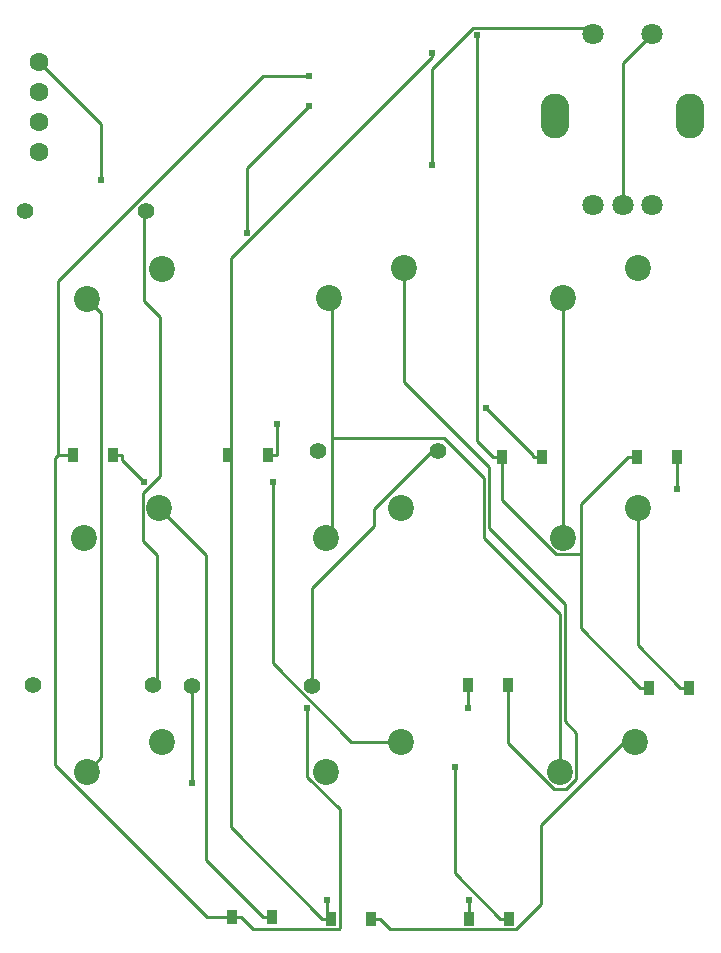
<source format=gtl>
G04 Layer: TopLayer*
G04 EasyEDA v6.5.46, 2024-09-20 13:26:03*
G04 2d8f00c50ae54bd9acad4b1cc035e29b,c0cefccd67054bf09917bfb35b18985a,10*
G04 Gerber Generator version 0.2*
G04 Scale: 100 percent, Rotated: No, Reflected: No *
G04 Dimensions in millimeters *
G04 leading zeros omitted , absolute positions ,4 integer and 5 decimal *
%FSLAX45Y45*%
%MOMM*%

%ADD10C,0.2540*%
%ADD11R,0.9500X1.1500*%
%ADD12C,1.4000*%
%ADD13C,1.6000*%
%ADD14C,2.2000*%
%ADD15C,1.8000*%
%ADD16O,2.3999952X3.7999924*%
%ADD17C,0.6096*%

%LPD*%
D10*
X2057405Y4114800D02*
G01*
X2454889Y3717315D01*
X2454889Y1131392D01*
X2938581Y647700D01*
X3014045Y647700D02*
G01*
X2938581Y647700D01*
X6108705Y4114800D02*
G01*
X6108705Y2951276D01*
X6469181Y2590800D01*
X6544645Y2590800D02*
G01*
X6469181Y2590800D01*
X4127505Y6146800D02*
G01*
X4127505Y5181041D01*
X4847544Y4461002D01*
X4847544Y3939006D01*
X5489097Y3297453D01*
X5489097Y2307361D01*
X5590265Y2206193D01*
X5590265Y1819884D01*
X5503448Y1733067D01*
X5399562Y1733067D01*
X5007945Y2124684D01*
X5007945Y2616200D01*
X6083305Y2133600D02*
G01*
X5996310Y2133600D01*
X5287878Y1425168D01*
X5287878Y755929D01*
X5081351Y549402D01*
X4013306Y549402D01*
X3927708Y635000D01*
X3852245Y635000D02*
G01*
X3927708Y635000D01*
X5731718Y8129092D02*
G01*
X5681299Y8179511D01*
X4716048Y8179511D01*
X4366315Y7829778D01*
X4366315Y7019797D01*
X5473705Y5892800D02*
G01*
X5473705Y3860800D01*
X3517117Y4706162D02*
G01*
X4469516Y4706162D01*
X4806751Y4368927D01*
X4806751Y3857066D01*
X5448305Y3215512D01*
X5448305Y1879600D01*
X3467105Y3860800D02*
G01*
X3517117Y3910812D01*
X3517117Y4706162D01*
X3517117Y4706162D02*
G01*
X3517117Y5868187D01*
X3492505Y5892800D01*
X1447805Y1879600D02*
G01*
X1568455Y2000250D01*
X1568455Y5759450D01*
X1447805Y5880100D01*
X2798424Y6442075D02*
G01*
X2798424Y6989292D01*
X3324230Y7515097D01*
X5981705Y6679107D02*
G01*
X5981705Y7879079D01*
X6231717Y8129092D01*
X3354811Y2603500D02*
G01*
X3354811Y3436061D01*
X3874622Y3955872D01*
X3874622Y4101058D01*
X4370964Y4597400D01*
X4421611Y4597400D01*
X2008611Y2616200D02*
G01*
X2040260Y2647848D01*
X2040260Y3710965D01*
X1918797Y3832428D01*
X1918797Y4239336D01*
X2063170Y4383709D01*
X2063170Y5732754D01*
X1930862Y5865063D01*
X1930862Y6615150D01*
X1945111Y6629400D01*
X1041405Y7886700D02*
G01*
X1561292Y7366812D01*
X1561292Y6886575D01*
X2334798Y2603500D02*
G01*
X2334798Y1782775D01*
X2975945Y4559300D02*
G01*
X3051408Y4559300D01*
X3051408Y4559300D02*
G01*
X3051408Y4824729D01*
X6443045Y4546600D02*
G01*
X6443045Y4271010D01*
X1329364Y4559300D02*
G01*
X1253901Y4559300D01*
X2659715Y647700D02*
G01*
X2600101Y647700D01*
X2659715Y647700D02*
G01*
X2664211Y647700D01*
X2675564Y647700D02*
G01*
X2664211Y647700D01*
X1198351Y4559300D02*
G01*
X1253901Y4559300D01*
X1198351Y4559300D02*
G01*
X1198351Y6034531D01*
X2932917Y7769097D01*
X3327455Y7769097D01*
X2600101Y647700D02*
G01*
X2465760Y647700D01*
X1173612Y1939848D01*
X1173612Y4534560D01*
X1198351Y4559300D01*
X4669464Y2418867D02*
G01*
X4669464Y2616200D01*
X3312876Y2418867D02*
G01*
X3312876Y1838274D01*
X3589355Y1561795D01*
X3589355Y556793D01*
X3581963Y549402D01*
X2849326Y549402D01*
X2751028Y647700D01*
X2675564Y647700D02*
G01*
X2751028Y647700D01*
X1929922Y4333290D02*
G01*
X1743308Y4519904D01*
X1743308Y4559300D01*
X1667845Y4559300D02*
G01*
X1743308Y4559300D01*
X4102105Y2133600D02*
G01*
X3682751Y2133600D01*
X3018871Y2797479D01*
X3018871Y4333290D01*
X3476045Y635000D02*
G01*
X3438301Y635000D01*
X3438301Y635000D02*
G01*
X2664261Y1409039D01*
X2664261Y4559300D01*
X2637464Y4559300D02*
G01*
X2664261Y4559300D01*
X2664261Y4559300D02*
G01*
X2664261Y6225082D01*
X4366315Y7927136D01*
X4366315Y7963280D01*
X4682164Y793114D02*
G01*
X4682164Y635000D01*
X3479652Y635000D02*
G01*
X3479652Y793114D01*
X3476045Y635000D02*
G01*
X3479652Y635000D01*
X3479652Y635000D02*
G01*
X3513764Y635000D01*
X5020645Y635000D02*
G01*
X4945181Y635000D01*
X4557882Y1916023D02*
G01*
X4557882Y1022299D01*
X4945181Y635000D01*
X6206164Y2590800D02*
G01*
X6130701Y2590800D01*
X6104564Y4546600D02*
G01*
X6029101Y4546600D01*
X6130701Y2590800D02*
G01*
X5624835Y3096666D01*
X5624835Y3722522D01*
X5624835Y3722522D02*
G01*
X5624835Y4142333D01*
X6029101Y4546600D01*
X5624835Y3722522D02*
G01*
X5416707Y3722522D01*
X4961564Y4177664D01*
X4961564Y4546600D01*
X4961564Y4546600D02*
G01*
X4886101Y4546600D01*
X4751354Y8114284D02*
G01*
X4751354Y4681346D01*
X4886101Y4546600D01*
X5224581Y4546600D02*
G01*
X5224581Y4556785D01*
X4822703Y4958664D01*
X5300045Y4546600D02*
G01*
X5224581Y4546600D01*
D11*
G01*
X5300040Y4546600D03*
G01*
X4961559Y4546600D03*
G01*
X5020640Y635000D03*
G01*
X4682159Y635000D03*
G01*
X1667840Y4559300D03*
G01*
X1329359Y4559300D03*
G01*
X6443040Y4546600D03*
G01*
X6104559Y4546600D03*
G01*
X3852240Y635000D03*
G01*
X3513759Y635000D03*
G01*
X5007940Y2616200D03*
G01*
X4669459Y2616200D03*
G01*
X6544640Y2590800D03*
G01*
X6206159Y2590800D03*
G01*
X3014040Y647700D03*
G01*
X2675559Y647700D03*
G01*
X2975940Y4559300D03*
G01*
X2637459Y4559300D03*
D12*
G01*
X4421606Y4597400D03*
G01*
X3401593Y4597400D03*
G01*
X3354806Y2603500D03*
G01*
X2334793Y2603500D03*
G01*
X1945106Y6629400D03*
G01*
X925093Y6629400D03*
G01*
X2008606Y2616200D03*
G01*
X988593Y2616200D03*
D13*
G01*
X1041400Y7124700D03*
G01*
X1041400Y7378700D03*
G01*
X1041400Y7632700D03*
G01*
X1041400Y7886700D03*
D14*
G01*
X1447800Y5880100D03*
G01*
X2082800Y6134100D03*
G01*
X3467100Y3860800D03*
G01*
X4102100Y4114800D03*
G01*
X5473700Y3860800D03*
G01*
X6108700Y4114800D03*
G01*
X5473700Y5892800D03*
G01*
X6108700Y6146800D03*
G01*
X5448300Y1879600D03*
G01*
X6083300Y2133600D03*
G01*
X1447800Y1879600D03*
G01*
X2082800Y2133600D03*
G01*
X3467100Y1879600D03*
G01*
X4102100Y2133600D03*
G01*
X3492500Y5892800D03*
G01*
X4127500Y6146800D03*
G01*
X1422400Y3860800D03*
G01*
X2057400Y4114800D03*
D15*
G01*
X5731713Y8129092D03*
G01*
X6231712Y8129092D03*
G01*
X5731713Y6679107D03*
G01*
X5981700Y6679107D03*
G01*
X6231712Y6679107D03*
D16*
G01*
X5411698Y7429093D03*
G01*
X6551701Y7429093D03*
D17*
G01*
X4822703Y4958664D03*
G01*
X4751354Y8114284D03*
G01*
X4557882Y1916023D03*
G01*
X4682164Y793114D03*
G01*
X3479652Y793114D03*
G01*
X4366315Y7963280D03*
G01*
X1929922Y4333290D03*
G01*
X3018871Y4333290D03*
G01*
X4669464Y2418867D03*
G01*
X3312876Y2418867D03*
G01*
X3327455Y7769097D03*
G01*
X6443045Y4271010D03*
G01*
X3051408Y4824729D03*
G01*
X2334798Y1782775D03*
G01*
X1561292Y6886575D03*
G01*
X2798424Y6442075D03*
G01*
X3324230Y7515097D03*
G01*
X4366315Y7019797D03*
M02*

</source>
